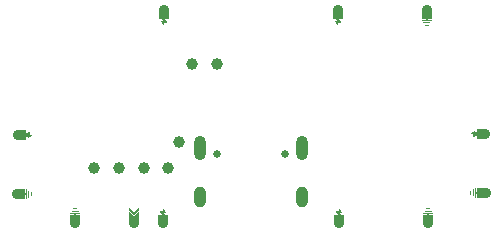
<source format=gbs>
G04 #@! TF.GenerationSoftware,KiCad,Pcbnew,9.0.0*
G04 #@! TF.CreationDate,2025-03-15T13:46:40+01:00*
G04 #@! TF.ProjectId,snowbackpack,736e6f77-6261-4636-9b70-61636b2e6b69,rev?*
G04 #@! TF.SameCoordinates,Original*
G04 #@! TF.FileFunction,Soldermask,Bot*
G04 #@! TF.FilePolarity,Negative*
%FSLAX46Y46*%
G04 Gerber Fmt 4.6, Leading zero omitted, Abs format (unit mm)*
G04 Created by KiCad (PCBNEW 9.0.0) date 2025-03-15 13:46:40*
%MOMM*%
%LPD*%
G01*
G04 APERTURE LIST*
G04 Aperture macros list*
%AMFreePoly0*
4,1,21,0.530354,0.450354,0.530500,0.450000,0.530500,-0.450000,0.530354,-0.450354,0.530000,-0.450500,0.440000,-0.450500,0.439646,-0.450354,0.439500,-0.450000,0.439500,-0.050500,0.350000,-0.050500,0.350000,-0.450000,-0.350000,-0.450000,-0.350000,0.450000,0.350000,0.450000,0.350000,0.050500,0.439500,0.050500,0.439500,0.450000,0.439646,0.450354,0.440000,0.450500,0.530000,0.450500,
0.530354,0.450354,0.530354,0.450354,$1*%
%AMFreePoly1*
4,1,13,0.040354,0.250354,0.040500,0.250000,0.040500,-0.300000,0.040354,-0.300354,0.040000,-0.300500,-0.050000,-0.300500,-0.050354,-0.300354,-0.050500,-0.300000,-0.050500,0.250000,-0.050354,0.250354,-0.050000,0.250500,0.040000,0.250500,0.040354,0.250354,0.040354,0.250354,$1*%
%AMFreePoly2*
4,1,13,0.050354,0.160354,0.050500,0.160000,0.050500,-0.140000,0.050354,-0.140354,0.050000,-0.140500,-0.040000,-0.140500,-0.040354,-0.140354,-0.040500,-0.140000,-0.040500,0.160000,-0.040354,0.160354,-0.040000,0.160500,0.050000,0.160500,0.050354,0.160354,0.050354,0.160354,$1*%
%AMFreePoly3*
4,1,23,0.350000,0.100060,0.649972,0.300042,0.650010,0.300049,0.650042,0.300028,0.650050,0.300000,0.650050,0.000050,0.950000,0.000050,0.950035,0.000035,0.950050,0.000000,0.950035,-0.000035,0.950028,-0.000042,0.500028,-0.300042,0.499990,-0.300049,0.499958,-0.300028,0.499950,-0.300000,0.499950,-0.050094,0.350028,-0.150042,0.350000,-0.150047,0.350000,-0.450000,-0.350000,-0.450000,
-0.350000,0.450000,0.350000,0.450000,0.350000,0.100060,0.350000,0.100060,$1*%
%AMFreePoly4*
4,1,18,0.750354,0.450354,0.750500,0.450000,0.750354,0.449646,0.300708,0.000000,0.750354,-0.449646,0.750500,-0.450000,0.750354,-0.450354,0.750000,-0.450500,0.000000,-0.450500,-0.000354,-0.450354,-0.000500,-0.450000,-0.300000,-0.450000,-0.300000,0.450000,-0.000500,0.450000,-0.000354,0.450354,0.000000,0.450500,0.750000,0.450500,0.750354,0.450354,0.750354,0.450354,$1*%
%AMFreePoly5*
4,1,17,0.550355,0.450146,0.550708,0.449999,0.550854,0.449645,0.550708,0.449292,0.101416,0.000000,0.550708,-0.449292,0.550854,-0.449646,0.550708,-0.450000,0.550355,-0.450146,0.350001,-0.450500,0.349646,-0.450354,-0.100354,-0.000354,-0.100500,0.000000,-0.100354,0.000354,0.349646,0.450354,0.350001,0.450500,0.550355,0.450146,0.550355,0.450146,$1*%
G04 Aperture macros list end*
%ADD10C,0.649987*%
%ADD11O,1.000000X2.100000*%
%ADD12O,1.000000X1.800000*%
%ADD13C,0.900000*%
%ADD14FreePoly0,90.000000*%
%ADD15FreePoly1,90.000000*%
%ADD16FreePoly2,90.000000*%
%ADD17C,1.000000*%
%ADD18FreePoly3,90.000000*%
%ADD19FreePoly0,270.000000*%
%ADD20FreePoly1,270.000000*%
%ADD21FreePoly2,270.000000*%
%ADD22FreePoly3,180.000000*%
%ADD23FreePoly3,270.000000*%
%ADD24FreePoly3,0.000000*%
%ADD25FreePoly0,0.000000*%
%ADD26FreePoly1,0.000000*%
%ADD27FreePoly2,0.000000*%
%ADD28FreePoly0,180.000000*%
%ADD29FreePoly1,180.000000*%
%ADD30FreePoly2,180.000000*%
%ADD31FreePoly4,90.000000*%
%ADD32FreePoly5,90.000000*%
G04 APERTURE END LIST*
D10*
X90909982Y-94144532D03*
X96690018Y-94144532D03*
D11*
X98120041Y-93644913D03*
D12*
X98120041Y-97825000D03*
X89479959Y-97825000D03*
D11*
X89479959Y-93644913D03*
D13*
X108750000Y-100000000D03*
D14*
X108750000Y-99650000D03*
D15*
X108750000Y-98980000D03*
D16*
X108750000Y-98810000D03*
D17*
X86800000Y-95300000D03*
D13*
X101250000Y-100000000D03*
D18*
X101250000Y-99650000D03*
D13*
X108650000Y-82000000D03*
D19*
X108650000Y-82350000D03*
D20*
X108650000Y-83020000D03*
D21*
X108650000Y-83190000D03*
D17*
X87700000Y-93150000D03*
X84700000Y-95300000D03*
D13*
X113625025Y-92450000D03*
D22*
X113275025Y-92450000D03*
D13*
X78850000Y-100000000D03*
D14*
X78850000Y-99650000D03*
D15*
X78850000Y-98980000D03*
D16*
X78850000Y-98810000D03*
D13*
X101150000Y-82000000D03*
D23*
X101150000Y-82350000D03*
D13*
X74024975Y-92550000D03*
D24*
X74374975Y-92550000D03*
D13*
X74004750Y-97550000D03*
D25*
X74354750Y-97550000D03*
D26*
X75024750Y-97550000D03*
D27*
X75194750Y-97550000D03*
D13*
X86450000Y-82000000D03*
D23*
X86450000Y-82350000D03*
D17*
X90900000Y-86500000D03*
X82600000Y-95300000D03*
D13*
X113645250Y-97450000D03*
D28*
X113295250Y-97450000D03*
D29*
X112625250Y-97450000D03*
D30*
X112455250Y-97450000D03*
D17*
X88800000Y-86500000D03*
D13*
X86350000Y-100000000D03*
D18*
X86350000Y-99650000D03*
D13*
X83850000Y-100000000D03*
D31*
X83850000Y-99700000D03*
D32*
X83850000Y-99200000D03*
D17*
X80500000Y-95300000D03*
M02*

</source>
